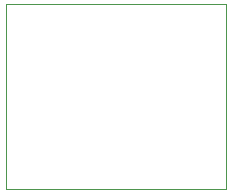
<source format=gbr>
%TF.GenerationSoftware,KiCad,Pcbnew,7.0.9*%
%TF.CreationDate,2023-11-24T16:16:38+10:00*%
%TF.ProjectId,util_photoswitch,7574696c-5f70-4686-9f74-6f7377697463,rev?*%
%TF.SameCoordinates,Original*%
%TF.FileFunction,Profile,NP*%
%FSLAX46Y46*%
G04 Gerber Fmt 4.6, Leading zero omitted, Abs format (unit mm)*
G04 Created by KiCad (PCBNEW 7.0.9) date 2023-11-24 16:16:38*
%MOMM*%
%LPD*%
G01*
G04 APERTURE LIST*
%TA.AperFunction,Profile*%
%ADD10C,0.050000*%
%TD*%
G04 APERTURE END LIST*
D10*
X106500000Y-70250000D02*
X106500000Y-54610000D01*
X106500000Y-54610000D02*
X87884000Y-54610000D01*
X87884000Y-70250000D02*
X106500000Y-70250000D01*
X87884000Y-70250000D02*
X87884000Y-54610000D01*
M02*

</source>
